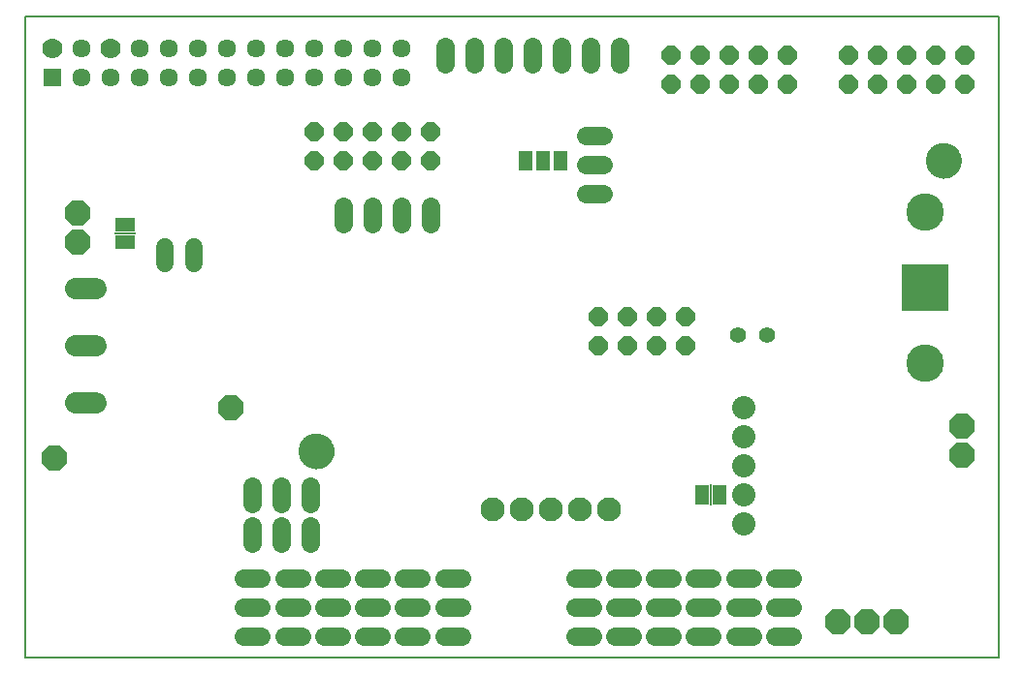
<source format=gbs>
G75*
G70*
%OFA0B0*%
%FSLAX24Y24*%
%IPPOS*%
%LPD*%
%AMOC8*
5,1,8,0,0,1.08239X$1,22.5*
%
%ADD10C,0.0640*%
%ADD11C,0.0827*%
%ADD12C,0.0800*%
%ADD13OC8,0.0890*%
%ADD14C,0.0050*%
%ADD15R,0.0634X0.0634*%
%ADD16C,0.0700*%
%ADD17C,0.0634*%
%ADD18C,0.0000*%
%ADD19C,0.1221*%
%ADD20R,0.0500X0.0670*%
%ADD21R,0.0060X0.0720*%
%ADD22C,0.0560*%
%ADD23R,0.0670X0.0500*%
%ADD24R,0.0720X0.0060*%
%ADD25OC8,0.0640*%
%ADD26R,0.1600X0.1600*%
%ADD27C,0.1290*%
%ADD28C,0.0600*%
%ADD29C,0.0745*%
D10*
X008000Y002782D02*
X008600Y002782D01*
X009375Y002782D02*
X009975Y002782D01*
X010750Y002782D02*
X011350Y002782D01*
X012125Y002782D02*
X012725Y002782D01*
X013500Y002782D02*
X014100Y002782D01*
X014875Y002782D02*
X015475Y002782D01*
X015475Y003782D02*
X014875Y003782D01*
X014100Y003782D02*
X013500Y003782D01*
X012725Y003782D02*
X012125Y003782D01*
X011350Y003782D02*
X010750Y003782D01*
X009975Y003782D02*
X009375Y003782D01*
X008600Y003782D02*
X008000Y003782D01*
X008000Y004782D02*
X008600Y004782D01*
X009375Y004782D02*
X009975Y004782D01*
X010750Y004782D02*
X011350Y004782D01*
X012125Y004782D02*
X012725Y004782D01*
X013500Y004782D02*
X014100Y004782D01*
X014875Y004782D02*
X015475Y004782D01*
X019375Y004782D02*
X019975Y004782D01*
X020750Y004782D02*
X021350Y004782D01*
X022125Y004782D02*
X022725Y004782D01*
X023500Y004782D02*
X024100Y004782D01*
X024875Y004782D02*
X025475Y004782D01*
X026250Y004782D02*
X026850Y004782D01*
X026850Y003782D02*
X026250Y003782D01*
X025475Y003782D02*
X024875Y003782D01*
X024100Y003782D02*
X023500Y003782D01*
X022725Y003782D02*
X022125Y003782D01*
X021350Y003782D02*
X020750Y003782D01*
X019975Y003782D02*
X019375Y003782D01*
X019375Y002782D02*
X019975Y002782D01*
X020750Y002782D02*
X021350Y002782D01*
X022125Y002782D02*
X022725Y002782D01*
X023500Y002782D02*
X024100Y002782D01*
X024875Y002782D02*
X025475Y002782D01*
X026250Y002782D02*
X026850Y002782D01*
X010300Y005982D02*
X010300Y006582D01*
X010300Y007357D02*
X010300Y007957D01*
X009300Y007957D02*
X009300Y007357D01*
X009300Y006582D02*
X009300Y005982D01*
X008300Y005982D02*
X008300Y006582D01*
X008300Y007357D02*
X008300Y007957D01*
X011425Y016982D02*
X011425Y017582D01*
X012425Y017582D02*
X012425Y016982D01*
X013425Y016982D02*
X013425Y017582D01*
X014425Y017582D02*
X014425Y016982D01*
X019750Y018032D02*
X020350Y018032D01*
X020350Y019032D02*
X019750Y019032D01*
X019750Y020032D02*
X020350Y020032D01*
X019925Y022482D02*
X019925Y023082D01*
X018925Y023082D02*
X018925Y022482D01*
X017925Y022482D02*
X017925Y023082D01*
X016925Y023082D02*
X016925Y022482D01*
X015925Y022482D02*
X015925Y023082D01*
X014925Y023082D02*
X014925Y022482D01*
X020925Y022482D02*
X020925Y023082D01*
D11*
X020550Y007157D03*
X019550Y007157D03*
X018550Y007157D03*
X017550Y007157D03*
X016550Y007157D03*
D12*
X025175Y007657D03*
X025175Y008657D03*
X025175Y009657D03*
X025175Y010657D03*
X025175Y006657D03*
D13*
X028425Y003282D03*
X029425Y003282D03*
X030425Y003282D03*
X032675Y009032D03*
X032675Y010032D03*
X007550Y010657D03*
X001488Y008907D03*
X002300Y016344D03*
X002300Y017344D03*
D14*
X000480Y024108D02*
X000480Y002061D01*
X033945Y002061D01*
X033945Y024108D01*
X000480Y024108D01*
D15*
X001425Y022032D03*
D16*
X001425Y023032D03*
X003425Y023032D03*
D17*
X004425Y023032D03*
X005425Y023032D03*
X006425Y023032D03*
X007425Y023032D03*
X008425Y023032D03*
X009425Y023032D03*
X010425Y023032D03*
X011425Y023032D03*
X012425Y023032D03*
X013425Y023032D03*
X013425Y022032D03*
X012425Y022032D03*
X011425Y022032D03*
X010425Y022032D03*
X009425Y022032D03*
X008425Y022032D03*
X007425Y022032D03*
X006425Y022032D03*
X005425Y022032D03*
X004425Y022032D03*
X003425Y022032D03*
X002425Y022032D03*
X002425Y023032D03*
D18*
X009897Y009157D02*
X009899Y009205D01*
X009905Y009253D01*
X009915Y009300D01*
X009928Y009346D01*
X009946Y009391D01*
X009966Y009435D01*
X009991Y009477D01*
X010019Y009516D01*
X010049Y009553D01*
X010083Y009587D01*
X010120Y009619D01*
X010158Y009648D01*
X010199Y009673D01*
X010242Y009695D01*
X010287Y009713D01*
X010333Y009727D01*
X010380Y009738D01*
X010428Y009745D01*
X010476Y009748D01*
X010524Y009747D01*
X010572Y009742D01*
X010620Y009733D01*
X010666Y009721D01*
X010711Y009704D01*
X010755Y009684D01*
X010797Y009661D01*
X010837Y009634D01*
X010875Y009604D01*
X010910Y009571D01*
X010942Y009535D01*
X010972Y009497D01*
X010998Y009456D01*
X011020Y009413D01*
X011040Y009369D01*
X011055Y009324D01*
X011067Y009277D01*
X011075Y009229D01*
X011079Y009181D01*
X011079Y009133D01*
X011075Y009085D01*
X011067Y009037D01*
X011055Y008990D01*
X011040Y008945D01*
X011020Y008901D01*
X010998Y008858D01*
X010972Y008817D01*
X010942Y008779D01*
X010910Y008743D01*
X010875Y008710D01*
X010837Y008680D01*
X010797Y008653D01*
X010755Y008630D01*
X010711Y008610D01*
X010666Y008593D01*
X010620Y008581D01*
X010572Y008572D01*
X010524Y008567D01*
X010476Y008566D01*
X010428Y008569D01*
X010380Y008576D01*
X010333Y008587D01*
X010287Y008601D01*
X010242Y008619D01*
X010199Y008641D01*
X010158Y008666D01*
X010120Y008695D01*
X010083Y008727D01*
X010049Y008761D01*
X010019Y008798D01*
X009991Y008837D01*
X009966Y008879D01*
X009946Y008923D01*
X009928Y008968D01*
X009915Y009014D01*
X009905Y009061D01*
X009899Y009109D01*
X009897Y009157D01*
X031459Y019157D02*
X031461Y019205D01*
X031467Y019253D01*
X031477Y019300D01*
X031490Y019346D01*
X031508Y019391D01*
X031528Y019435D01*
X031553Y019477D01*
X031581Y019516D01*
X031611Y019553D01*
X031645Y019587D01*
X031682Y019619D01*
X031720Y019648D01*
X031761Y019673D01*
X031804Y019695D01*
X031849Y019713D01*
X031895Y019727D01*
X031942Y019738D01*
X031990Y019745D01*
X032038Y019748D01*
X032086Y019747D01*
X032134Y019742D01*
X032182Y019733D01*
X032228Y019721D01*
X032273Y019704D01*
X032317Y019684D01*
X032359Y019661D01*
X032399Y019634D01*
X032437Y019604D01*
X032472Y019571D01*
X032504Y019535D01*
X032534Y019497D01*
X032560Y019456D01*
X032582Y019413D01*
X032602Y019369D01*
X032617Y019324D01*
X032629Y019277D01*
X032637Y019229D01*
X032641Y019181D01*
X032641Y019133D01*
X032637Y019085D01*
X032629Y019037D01*
X032617Y018990D01*
X032602Y018945D01*
X032582Y018901D01*
X032560Y018858D01*
X032534Y018817D01*
X032504Y018779D01*
X032472Y018743D01*
X032437Y018710D01*
X032399Y018680D01*
X032359Y018653D01*
X032317Y018630D01*
X032273Y018610D01*
X032228Y018593D01*
X032182Y018581D01*
X032134Y018572D01*
X032086Y018567D01*
X032038Y018566D01*
X031990Y018569D01*
X031942Y018576D01*
X031895Y018587D01*
X031849Y018601D01*
X031804Y018619D01*
X031761Y018641D01*
X031720Y018666D01*
X031682Y018695D01*
X031645Y018727D01*
X031611Y018761D01*
X031581Y018798D01*
X031553Y018837D01*
X031528Y018879D01*
X031508Y018923D01*
X031490Y018968D01*
X031477Y019014D01*
X031467Y019061D01*
X031461Y019109D01*
X031459Y019157D01*
D19*
X032050Y019157D03*
X010488Y009157D03*
D20*
X017700Y019157D03*
X018300Y019157D03*
X018900Y019157D03*
X023750Y007657D03*
X024350Y007657D03*
D21*
X024050Y007657D03*
D22*
X024988Y013157D03*
X025988Y013157D03*
D23*
X003925Y016357D03*
X003925Y016957D03*
D24*
X003925Y016657D03*
D25*
X010425Y019157D03*
X011425Y019157D03*
X012425Y019157D03*
X013425Y019157D03*
X014425Y019157D03*
X014425Y020157D03*
X013425Y020157D03*
X012425Y020157D03*
X011425Y020157D03*
X010425Y020157D03*
X020175Y013782D03*
X021175Y013782D03*
X022175Y013782D03*
X023175Y013782D03*
X023175Y012782D03*
X022175Y012782D03*
X021175Y012782D03*
X020175Y012782D03*
X022675Y021782D03*
X023675Y021782D03*
X024675Y021782D03*
X025675Y021782D03*
X026675Y021782D03*
X026675Y022782D03*
X025675Y022782D03*
X024675Y022782D03*
X023675Y022782D03*
X022675Y022782D03*
X028800Y022782D03*
X029800Y022782D03*
X030800Y022782D03*
X031800Y022782D03*
X032800Y022782D03*
X032800Y021782D03*
X031800Y021782D03*
X030800Y021782D03*
X029800Y021782D03*
X028800Y021782D03*
D26*
X031425Y014782D03*
D27*
X031425Y017382D03*
X031425Y012182D03*
D28*
X006300Y015627D02*
X006300Y016187D01*
X005300Y016187D02*
X005300Y015627D01*
D29*
X002910Y014750D02*
X002205Y014750D01*
X002205Y012782D02*
X002910Y012782D01*
X002910Y010813D02*
X002205Y010813D01*
M02*

</source>
